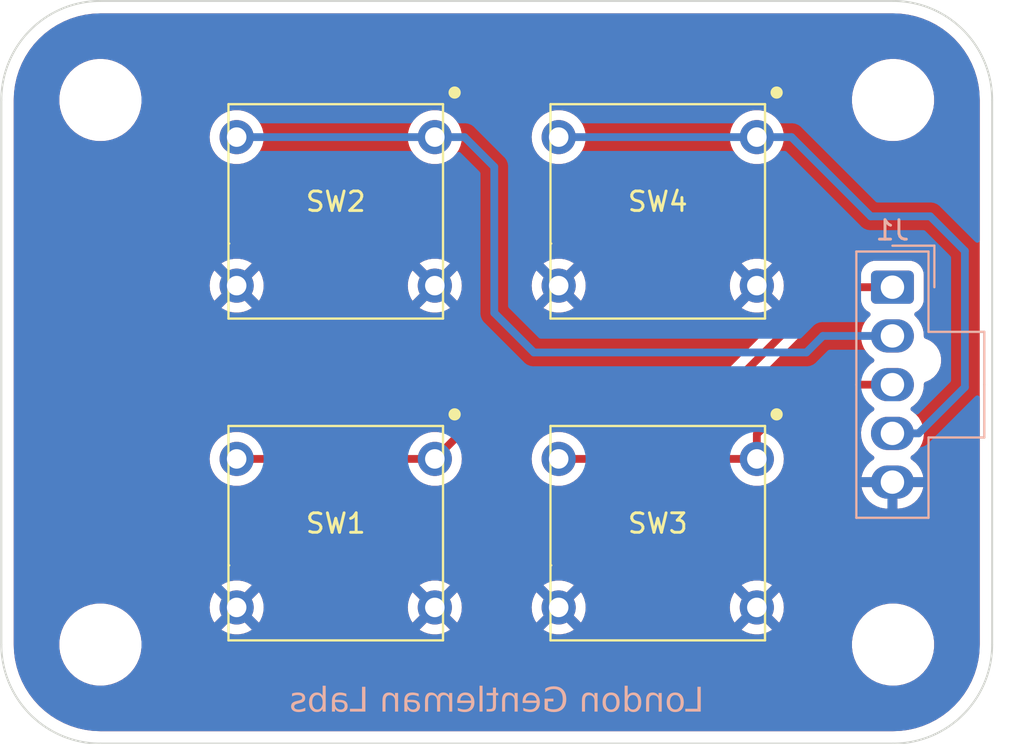
<source format=kicad_pcb>
(kicad_pcb (version 20220914) (generator pcbnew)
  (layers (0 "F.Cu" signal) (31 "B.Cu" signal) (34 "B.Paste" user) (35 "F.Paste" user) (36 "B.SilkS" user "B.Silkscreen") (37 "F.SilkS" user "F.Silkscreen") (38 "B.Mask" user) (39 "F.Mask" user) (44 "Edge.Cuts" user))
  (net 0 "")
  (net 1 "/HOUR_UP")
  (net 2 "/HOUR_DOWN")
  (net 3 "/MIN_UP")
  (net 4 "/MIN_DOWN")
  (net 5 "GND")
  (footprint "mio:3ETH9-15.0" (layer "F.Cu") (at 137.795 107.315)
    (fp_text reference "SW1" (at 0 -0.5 unlocked) (layer "F.SilkS"))
    (fp_text value "apem-3eth9-15.0")
    (fp_line (start -5.5 -5.5) (end -5.5 5.5) (stroke (width 0.12)) (layer "F.SilkS"))
    (fp_line (start -5.5 -5.5) (end 5.5 -5.5) (stroke (width 0.12)) (layer "F.SilkS"))
    (fp_line (start -5.5 5.5) (end 5.5 5.5) (stroke (width 0.12)) (layer "F.SilkS"))
    (fp_line (start -5.461 1.651) (end -5.461 1.651) (stroke (width 0.12)) (layer "F.SilkS"))
    (fp_line (start 5.5 -5.5) (end 5.5 5.5) (stroke (width 0.12)) (layer "F.SilkS"))
    (fp_circle (center 6.096 -6.096) (end 6.35 -6.096) (stroke (width 0.12)) (fill solid) (layer "F.SilkS"))
    (pad "1" thru_hole circle (at 5.08 -3.81) (size 1.75 1.75) (drill 1) (layers *.Cu *.Mask) (net 2 "/HOUR_DOWN"))
    (pad "2" thru_hole circle (at -5.08 -3.81) (size 1.75 1.75) (drill 1) (layers *.Cu *.Mask) (net 2 "/HOUR_DOWN"))
    (pad "3" thru_hole circle (at 5.08 3.81) (size 1.75 1.75) (drill 1) (layers *.Cu *.Mask) (net 5 "GND"))
    (pad "4" thru_hole circle (at -5.08 3.81) (size 1.75 1.75) (drill 1) (layers *.Cu *.Mask) (net 5 "GND"))
  )
  (footprint "mio:3ETH9-15.0" (layer "F.Cu") (at 154.305 90.805)
    (fp_text reference "SW4" (at 0 -0.5 unlocked) (layer "F.SilkS"))
    (fp_text value "apem-3eth9-15.0")
    (fp_line (start -5.5 -5.5) (end -5.5 5.5) (stroke (width 0.12)) (layer "F.SilkS"))
    (fp_line (start -5.5 -5.5) (end 5.5 -5.5) (stroke (width 0.12)) (layer "F.SilkS"))
    (fp_line (start -5.5 5.5) (end 5.5 5.5) (stroke (width 0.12)) (layer "F.SilkS"))
    (fp_line (start -5.461 1.651) (end -5.461 1.651) (stroke (width 0.12)) (layer "F.SilkS"))
    (fp_line (start 5.5 -5.5) (end 5.5 5.5) (stroke (width 0.12)) (layer "F.SilkS"))
    (fp_circle (center 6.096 -6.096) (end 6.35 -6.096) (stroke (width 0.12)) (fill solid) (layer "F.SilkS"))
    (pad "1" thru_hole circle (at 5.08 -3.81) (size 1.75 1.75) (drill 1) (layers *.Cu *.Mask) (net 3 "/MIN_UP"))
    (pad "2" thru_hole circle (at -5.08 -3.81) (size 1.75 1.75) (drill 1) (layers *.Cu *.Mask) (net 3 "/MIN_UP"))
    (pad "3" thru_hole circle (at 5.08 3.81) (size 1.75 1.75) (drill 1) (layers *.Cu *.Mask) (net 5 "GND"))
    (pad "4" thru_hole circle (at -5.08 3.81) (size 1.75 1.75) (drill 1) (layers *.Cu *.Mask) (net 5 "GND"))
  )
  (footprint "mio:3ETH9-15.0" (layer "F.Cu") (at 137.795 90.805)
    (fp_text reference "SW2" (at 0 -0.5 unlocked) (layer "F.SilkS"))
    (fp_text value "apem-3eth9-15.0")
    (fp_line (start -5.5 -5.5) (end -5.5 5.5) (stroke (width 0.12)) (layer "F.SilkS"))
    (fp_line (start -5.5 -5.5) (end 5.5 -5.5) (stroke (width 0.12)) (layer "F.SilkS"))
    (fp_line (start -5.5 5.5) (end 5.5 5.5) (stroke (width 0.12)) (layer "F.SilkS"))
    (fp_line (start -5.461 1.651) (end -5.461 1.651) (stroke (width 0.12)) (layer "F.SilkS"))
    (fp_line (start 5.5 -5.5) (end 5.5 5.5) (stroke (width 0.12)) (layer "F.SilkS"))
    (fp_circle (center 6.096 -6.096) (end 6.35 -6.096) (stroke (width 0.12)) (fill solid) (layer "F.SilkS"))
    (pad "1" thru_hole circle (at 5.08 -3.81) (size 1.75 1.75) (drill 1) (layers *.Cu *.Mask) (net 1 "/HOUR_UP"))
    (pad "2" thru_hole circle (at -5.08 -3.81) (size 1.75 1.75) (drill 1) (layers *.Cu *.Mask) (net 1 "/HOUR_UP"))
    (pad "3" thru_hole circle (at 5.08 3.81) (size 1.75 1.75) (drill 1) (layers *.Cu *.Mask) (net 5 "GND"))
    (pad "4" thru_hole circle (at -5.08 3.81) (size 1.75 1.75) (drill 1) (layers *.Cu *.Mask) (net 5 "GND"))
  )
  (footprint "mio:3ETH9-15.0" (layer "F.Cu") (at 154.305 107.315)
    (fp_text reference "SW3" (at 0 -0.5 unlocked) (layer "F.SilkS"))
    (fp_text value "apem-3eth9-15.0")
    (fp_line (start -5.5 -5.5) (end -5.5 5.5) (stroke (width 0.12)) (layer "F.SilkS"))
    (fp_line (start -5.5 -5.5) (end 5.5 -5.5) (stroke (width 0.12)) (layer "F.SilkS"))
    (fp_line (start -5.5 5.5) (end 5.5 5.5) (stroke (width 0.12)) (layer "F.SilkS"))
    (fp_line (start -5.461 1.651) (end -5.461 1.651) (stroke (width 0.12)) (layer "F.SilkS"))
    (fp_line (start 5.5 -5.5) (end 5.5 5.5) (stroke (width 0.12)) (layer "F.SilkS"))
    (fp_circle (center 6.096 -6.096) (end 6.35 -6.096) (stroke (width 0.12)) (fill solid) (layer "F.SilkS"))
    (pad "1" thru_hole circle (at 5.08 -3.81) (size 1.75 1.75) (drill 1) (layers *.Cu *.Mask) (net 4 "/MIN_DOWN"))
    (pad "2" thru_hole circle (at -5.08 -3.81) (size 1.75 1.75) (drill 1) (layers *.Cu *.Mask) (net 4 "/MIN_DOWN"))
    (pad "3" thru_hole circle (at 5.08 3.81) (size 1.75 1.75) (drill 1) (layers *.Cu *.Mask) (net 5 "GND"))
    (pad "4" thru_hole circle (at -5.08 3.81) (size 1.75 1.75) (drill 1) (layers *.Cu *.Mask) (net 5 "GND"))
  )
  (footprint "mio:MountingHole_3.2mm_M3" (layer "F.Cu") (at 166.37 113.03)
    (fp_text reference "H4" hide)
    (fp_text value "MountingHole")
    (pad "" np_thru_hole circle (at 0 0) (size 3.2 3.2) (drill 3.2) (layers *.Cu *.Mask))
  )
  (footprint "mio:MountingHole_3.2mm_M3" (layer "F.Cu") (at 125.73 85.09)
    (fp_text reference "H1" hide)
    (fp_text value "MountingHole")
    (pad "" np_thru_hole circle (at 0 0) (size 3.2 3.2) (drill 3.2) (layers *.Cu *.Mask))
  )
  (footprint "mio:MountingHole_3.2mm_M3" (layer "F.Cu") (at 125.73 113.03)
    (fp_text reference "H3" hide)
    (fp_text value "MountingHole")
    (pad "" np_thru_hole circle (at 0 0) (size 3.2 3.2) (drill 3.2) (layers *.Cu *.Mask))
  )
  (footprint "mio:MountingHole_3.2mm_M3" (layer "F.Cu") (at 166.37 85.09)
    (fp_text reference "H2" hide)
    (fp_text value "MountingHole")
    (pad "" np_thru_hole circle (at 0 0) (size 3.2 3.2) (drill 3.2) (layers *.Cu *.Mask))
  )
  (footprint "Connector_Molex:Molex_Nano-Fit_105309-xx05_1x05_P2.50mm_Vertical" (layer "B.Cu") (at 166.337005 94.695 180)
    (fp_text reference "J1" (at 0 2.92) (layer "B.SilkS") (effects (justify mirror)))
    (fp_text value "Conn_01x05_Male")
    (fp_line (start -4.71 -7.71) (end -4.71 -5) (stroke (width 0.12)) (layer "B.SilkS"))
    (fp_line (start -4.71 -2.29) (end -4.71 -5) (stroke (width 0.12)) (layer "B.SilkS"))
    (fp_line (start -2.15 2.13) (end -2.15 0) (stroke (width 0.12)) (layer "B.SilkS"))
    (fp_line (start -1.85 -11.83) (end -1.85 -7.71) (stroke (width 0.12)) (layer "B.SilkS"))
    (fp_line (start -1.85 -7.71) (end -4.71 -7.71) (stroke (width 0.12)) (layer "B.SilkS"))
    (fp_line (start -1.85 -2.29) (end -4.71 -2.29) (stroke (width 0.12)) (layer "B.SilkS"))
    (fp_line (start -1.85 1.83) (end -1.85 -2.29) (stroke (width 0.12)) (layer "B.SilkS"))
    (fp_line (start 0 2.13) (end -2.15 2.13) (stroke (width 0.12)) (layer "B.SilkS"))
    (fp_line (start 1.85 -11.83) (end -1.85 -11.83) (stroke (width 0.12)) (layer "B.SilkS"))
    (fp_line (start 1.85 -5) (end 1.85 -11.83) (stroke (width 0.12)) (layer "B.SilkS"))
    (fp_line (start 1.85 -5) (end 1.85 1.83) (stroke (width 0.12)) (layer "B.SilkS"))
    (fp_line (start 1.85 1.83) (end -1.85 1.83) (stroke (width 0.12)) (layer "B.SilkS"))
    (pad "" np_thru_hole circle (at -1.34 -3.75 180) (size 1.3 1.3) (drill 1.3) (layers *.Cu *.Mask))
    (pad "1" thru_hole roundrect (at 0 0 180) (size 2.2 1.7) (drill 1.2) (layers *.Cu *.Mask) (roundrect_rratio 0.147059) (net 2 "/HOUR_DOWN"))
    (pad "2" thru_hole oval (at 0 -2.5 180) (size 2.2 1.7) (drill 1.2) (layers *.Cu *.Mask) (net 1 "/HOUR_UP"))
    (pad "3" thru_hole oval (at 0 -5 180) (size 2.2 1.7) (drill 1.2) (layers *.Cu *.Mask) (net 4 "/MIN_DOWN"))
    (pad "4" thru_hole oval (at 0 -7.5 180) (size 2.2 1.7) (drill 1.2) (layers *.Cu *.Mask) (net 3 "/MIN_UP"))
    (pad "5" thru_hole oval (at 0 -10 180) (size 2.2 1.7) (drill 1.2) (layers *.Cu *.Mask) (net 5 "GND"))
  )
  (gr_arc (start 171.45 113.03) (mid 169.962102 116.622102) (end 166.37 118.11) (stroke (width 0.1)) (layer "Edge.Cuts"))
  (gr_line (start 166.37 80.01) (end 125.73 80.01) (stroke (width 0.1)) (layer "Edge.Cuts"))
  (gr_arc (start 166.37 80.01) (mid 169.962102 81.497898) (end 171.45 85.09) (stroke (width 0.1)) (layer "Edge.Cuts"))
  (gr_arc (start 120.65 85.09) (mid 122.137898 81.497898) (end 125.73 80.01) (stroke (width 0.1)) (layer "Edge.Cuts"))
  (gr_line (start 171.45 113.03) (end 171.45 85.09) (stroke (width 0.1)) (layer "Edge.Cuts"))
  (gr_arc (start 125.73 118.11) (mid 122.137898 116.622102) (end 120.65 113.03) (stroke (width 0.1)) (layer "Edge.Cuts"))
  (gr_line (start 120.65 85.09) (end 120.65 113.03) (stroke (width 0.1)) (layer "Edge.Cuts"))
  (gr_line (start 125.73 118.11) (end 166.37 118.11) (stroke (width 0.1)) (layer "Edge.Cuts"))
  (gr_text "London Gentleman Labs" (at 146.05 115.951) (layer "B.SilkS") (effects (font (size 1.25 1.25)) (justify mirror)))
  (segment (start 161.925 98.044) (end 162.774 97.195) (width 0.4) (layer "B.Cu") (net 1))
  (segment (start 142.875 86.995) (end 144.399 86.995) (width 0.4) (layer "B.Cu") (net 1))
  (segment (start 132.715 86.995) (end 142.875 86.995) (width 0.4) (layer "B.Cu") (net 1))
  (segment (start 144.399 86.995) (end 145.923 88.519) (width 0.4) (layer "B.Cu") (net 1))
  (segment (start 145.923 96.012) (end 147.955 98.044) (width 0.4) (layer "B.Cu") (net 1))
  (segment (start 147.955 98.044) (end 161.925 98.044) (width 0.4) (layer "B.Cu") (net 1))
  (segment (start 162.774 97.195) (end 166.337005 97.195) (width 0.4) (layer "B.Cu") (net 1))
  (segment (start 145.923 88.519) (end 145.923 96.012) (width 0.4) (layer "B.Cu") (net 1))
  (segment (start 157.861 99.949) (end 163.115 94.695) (width 0.4) (layer "F.Cu") (net 2))
  (segment (start 142.875 103.505) (end 146.431 99.949) (width 0.4) (layer "F.Cu") (net 2))
  (segment (start 163.115 94.695) (end 166.337005 94.695) (width 0.4) (layer "F.Cu") (net 2))
  (segment (start 146.431 99.949) (end 157.861 99.949) (width 0.4) (layer "F.Cu") (net 2))
  (segment (start 132.715 103.505) (end 142.875 103.505) (width 0.4) (layer "F.Cu") (net 2))
  (segment (start 159.385 86.995) (end 161.163 86.995) (width 0.4) (layer "B.Cu") (net 3))
  (segment (start 167.68 102.195) (end 166.337005 102.195) (width 0.4) (layer "B.Cu") (net 3))
  (segment (start 170.053 99.822) (end 167.68 102.195) (width 0.4) (layer "B.Cu") (net 3))
  (segment (start 165.227 91.059) (end 168.275 91.059) (width 0.4) (layer "B.Cu") (net 3))
  (segment (start 149.225 86.995) (end 159.385 86.995) (width 0.4) (layer "B.Cu") (net 3))
  (segment (start 161.163 86.995) (end 165.227 91.059) (width 0.4) (layer "B.Cu") (net 3))
  (segment (start 170.053 92.837) (end 170.053 99.822) (width 0.4) (layer "B.Cu") (net 3))
  (segment (start 168.275 91.059) (end 170.053 92.837) (width 0.4) (layer "B.Cu") (net 3))
  (segment (start 161.925 99.695) (end 166.337005 99.695) (width 0.4) (layer "F.Cu") (net 4))
  (segment (start 159.385 102.235) (end 161.925 99.695) (width 0.4) (layer "F.Cu") (net 4))
  (segment (start 159.385 103.505) (end 159.385 102.235) (width 0.4) (layer "F.Cu") (net 4))
  (segment (start 149.225 103.505) (end 159.385 103.505) (width 0.4) (layer "F.Cu") (net 4))
  (zone (net 5) (net_name "GND") (layer "F.Cu") (connect_pads (clearance 0.508)) (min_thickness 0.254) (fill yes (thermal_gap 0.508) (thermal_bridge_width 0.508))
    (polygon (pts (xy 170.815 117.475) (xy 121.285 117.475) (xy 121.285 80.645) (xy 170.815 80.645)))
  )
  (zone (net 5) (net_name "GND") (layer "B.Cu") (connect_pads (clearance 0.508)) (min_thickness 0.254) (fill yes (thermal_gap 0.508) (thermal_bridge_width 0.508))
    (polygon (pts (xy 170.815 117.475) (xy 121.285 117.475) (xy 121.285 80.645) (xy 170.815 80.645)))
  )
)
</source>
